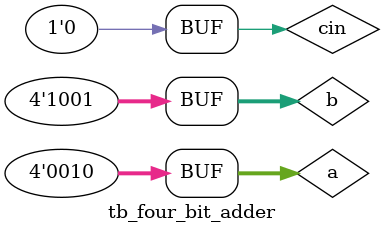
<source format=v>
module tb_four_bit_adder();
reg [3:0] a,b;
reg cin;
wire [3:0] sum;
wire cout;

four_bit_adder dut(sum,cout,a,b,cin);

initial
begin
a = 4'b0110; b = 4'b1000; cin = 1'b0;
#5 a = 4'b0101; b = 4'b0111; cin = 1'b1;
#5 a = 4'b0010; b = 4'b1001; cin = 1'b0;
end

initial
begin
$monitor("Time = %0d, a = %b, b = %b, cin = %b, sum = %b, cout = %b",$time,a,b,cin,sum,cout);
end
endmodule
</source>
